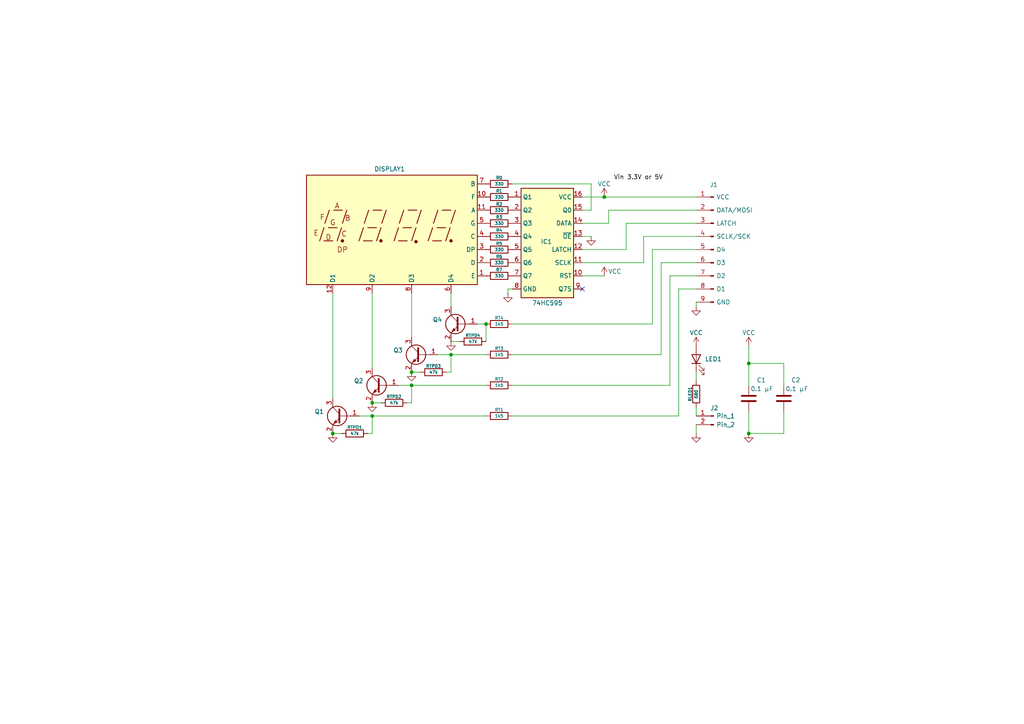
<source format=kicad_sch>
(kicad_sch (version 20250114) (generator "eeschema") (generator_version "9.0")
  (paper "A4")
  (title_block (date "22.12.2025") (comment 1 "Documentation: github.com/ErlingSigurdson/Drv7SegQ595") (comment 2 "Licensed under CERN-OHL-P v2") (comment 3 "Copyright (c) 2025 Dmitriy Efimov aka Erling Sigurdson"))
  (lib_symbols
    (symbol "Device:C" (pin_numbers (hide yes)) (pin_names (offset 0.254))
      (property "Reference" "C" (at 0.635 2.54 0))
      (property "Value" "C" (at 0.635 -2.54 0))
      (symbol "C_0_1"
        (polyline (pts (xy -2.032 0.762) (xy 2.032 0.762)) (stroke (width 0.508)))
        (polyline (pts (xy -2.032 -0.762) (xy 2.032 -0.762)) (stroke (width 0.508)))
      )
      (symbol "C_1_1"
        (pin passive line (at 0 3.81 270) (length 2.794) (name "~") (number "1"))
        (pin passive line (at 0 -3.81 90) (length 2.794) (name "~") (number "2"))
      )
    )
    (symbol "Device:LED" (pin_numbers (hide yes)) (pin_names (offset 1.016) (hide yes))
      (property "Reference" "D" (at 0 2.54 0))
      (property "Value" "LED" (at 0 -2.54 0))
      (symbol "LED_0_1"
        (polyline (pts (xy -3.048 -0.762) (xy -4.572 -2.286) (xy -3.81 -2.286) (xy -4.572 -2.286) (xy -4.572 -1.524)))
        (polyline (pts (xy -1.778 -0.762) (xy -3.302 -2.286) (xy -2.54 -2.286) (xy -3.302 -2.286) (xy -3.302 -1.524)))
        (polyline (pts (xy -1.27 0) (xy 1.27 0)))
        (polyline (pts (xy -1.27 -1.27) (xy -1.27 1.27)) (stroke (width 0.254)))
        (polyline (pts (xy 1.27 -1.27) (xy 1.27 1.27) (xy -1.27 0) (xy 1.27 -1.27)) (stroke (width 0.254)))
      )
      (symbol "LED_1_1"
        (pin passive line (at -3.81 0 0) (length 2.54) (name "K") (number "1"))
        (pin passive line (at 3.81 0 180) (length 2.54) (name "A") (number "2"))
      )
    )
    (symbol "Device:R" (pin_numbers (hide yes)) (pin_names (offset 0))
      (property "Reference" "R" (at 2.032 0 90))
      (property "Value" "R" (at 0 0 90))
      (symbol "R_0_1"
        (rectangle (start -1.016 -2.54) (end 1.016 2.54) (stroke (width 0.254)))
      )
      (symbol "R_1_1"
        (pin passive line (at 0 3.81 270) (length 1.27) (name "~") (number "1"))
        (pin passive line (at 0 -3.81 90) (length 1.27) (name "~") (number "2"))
      )
    )
    (symbol "Drv7SegQ595:74HC595"
      (property "Reference" "IC1" (at -0.254 -0.254 0))
      (property "Value" "74HC595" (at 0 -18.034 0))
      (symbol "74HC595_1_0"
        (pin tri_state line (at -10.16 12.7 0) (length 2.54) (name "Q1") (number "1"))
        (pin tri_state line (at -10.16 8.89 0) (length 2.54) (name "Q2") (number "2"))
        (pin tri_state line (at -10.16 5.08 0) (length 2.54) (name "Q3") (number "3"))
        (pin tri_state line (at -10.16 1.27 0) (length 2.54) (name "Q4") (number "4"))
        (pin tri_state line (at -10.16 -2.54 0) (length 2.54) (name "Q5") (number "5"))
        (pin tri_state line (at -10.16 -6.35 0) (length 2.54) (name "Q6") (number "6"))
        (pin tri_state line (at -10.16 -10.16 0) (length 2.54) (name "Q7") (number "7"))
        (pin power_in line (at -10.16 -13.97 0) (length 2.54) (name "GND") (number "8"))
        (pin power_in line (at 10.16 12.7 180) (length 2.54) (name "VCC") (number "16"))
        (pin tri_state line (at 10.16 8.89 180) (length 2.54) (name "Q0") (number "15"))
        (pin input line (at 10.16 5.08 180) (length 2.54) (name "DATA") (number "14"))
        (pin input line (at 10.16 1.27 180) (length 2.54) (name "~{OE}") (number "13"))
        (pin input line (at 10.16 -2.54 180) (length 2.54) (name "LATCH") (number "12"))
        (pin input line (at 10.16 -6.35 180) (length 2.54) (name "SCLK") (number "11"))
        (pin input line (at 10.16 -10.16 180) (length 2.54) (name "RST") (number "10"))
        (pin output line (at 10.16 -13.97 180) (length 2.54) (name "Q7S") (number "9"))
      )
      (symbol "74HC595_1_1"
        (rectangle (start -7.62 15.24) (end 7.62 -16.51) (stroke (width 0.254)) (fill (type background)))
      )
    )
    (symbol "Drv7SegQ595:MMBT3904" (pin_names (offset 0) (hide yes))
      (property "Reference" "Q4" (at 5.08 1.2701 0))
      (symbol "MMBT3904_0_1"
        (polyline (pts (xy -2.54 0) (xy 0.635 0)))
        (polyline (pts (xy 0.635 1.905) (xy 0.635 -1.905)) (stroke (width 0.508)))
        (circle (center 1.27 0) (radius 2.8194) (stroke (width 0.254)))
      )
      (symbol "MMBT3904_1_1"
        (polyline (pts (xy 0.635 0.635) (xy 2.54 2.54)))
        (polyline (pts (xy 0.635 -0.635) (xy 2.54 -2.54)))
        (polyline (pts (xy 1.27 -1.778) (xy 1.778 -1.27) (xy 2.286 -2.286) (xy 1.27 -1.778)) (fill (type outline)))
        (pin input line (at -5.08 0 0) (length 2.54) (name "B") (number "1"))
        (pin passive line (at 2.54 5.08 270) (length 2.54) (name "C") (number "3"))
        (pin passive line (at 2.54 -5.08 90) (length 2.54) (name "E") (number "2"))
      )
    )
    (symbol "Drv7SegQ595:display_7seg_4d"
      (property "Reference" "DISPLAY" (at 0 20.828 0))
      (symbol "display_7seg_4d_0_0"
        (rectangle (start -24.13 19.05) (end 25.4 -12.7) (stroke (width 0.254)) (fill (type background)))
        (polyline (pts (xy -20.32 0) (xy -19.05 3.81)) (stroke (width 0.254)))
        (polyline (pts (xy -19.05 0) (xy -16.51 0)) (stroke (width 0.254)))
        (polyline (pts (xy -18.796 5.08) (xy -17.526 8.89)) (stroke (width 0.254)))
        (polyline (pts (xy -17.78 3.81) (xy -15.24 3.81)) (stroke (width 0.254)))
        (polyline (pts (xy -16.256 8.89) (xy -13.716 8.89)) (stroke (width 0.254)))
        (polyline (pts (xy -15.24 0) (xy -13.97 3.81)) (stroke (width 0.254)))
        (polyline (pts (xy -13.716 5.08) (xy -12.446 8.89)) (stroke (width 0.254)))
        (polyline (pts (xy -8.89 0) (xy -7.62 3.81)) (stroke (width 0.254)))
        (polyline (pts (xy -7.62 0) (xy -5.08 0)) (stroke (width 0.254)))
        (polyline (pts (xy -7.366 5.08) (xy -6.096 8.89)) (stroke (width 0.254)))
        (polyline (pts (xy -6.35 3.81) (xy -3.81 3.81)) (stroke (width 0.254)))
        (polyline (pts (xy -4.826 8.89) (xy -2.286 8.89)) (stroke (width 0.254)))
        (polyline (pts (xy -3.81 0) (xy -2.54 3.81)) (stroke (width 0.254)))
        (polyline (pts (xy -2.286 5.08) (xy -1.016 8.89)) (stroke (width 0.254)))
        (polyline (pts (xy 1.27 0) (xy 2.54 3.81)) (stroke (width 0.254)))
        (polyline (pts (xy 2.54 0) (xy 5.08 0)) (stroke (width 0.254)))
        (polyline (pts (xy 2.794 5.08) (xy 4.064 8.89)) (stroke (width 0.254)))
        (polyline (pts (xy 3.81 3.81) (xy 6.35 3.81)) (stroke (width 0.254)))
        (polyline (pts (xy 5.334 8.89) (xy 7.874 8.89)) (stroke (width 0.254)))
        (polyline (pts (xy 6.35 0) (xy 7.62 3.81)) (stroke (width 0.254)))
        (polyline (pts (xy 7.874 5.08) (xy 9.144 8.89)) (stroke (width 0.254)))
        (polyline (pts (xy 11.176 0) (xy 12.446 3.81)) (stroke (width 0.254)))
        (polyline (pts (xy 12.446 0) (xy 14.986 0)) (stroke (width 0.254)))
        (polyline (pts (xy 12.7 5.08) (xy 13.97 8.89)) (stroke (width 0.254)))
        (polyline (pts (xy 13.716 3.81) (xy 16.256 3.81)) (stroke (width 0.254)))
        (polyline (pts (xy 15.24 8.89) (xy 17.78 8.89)) (stroke (width 0.254)))
        (polyline (pts (xy 16.256 0) (xy 17.526 3.81)) (stroke (width 0.254)))
        (polyline (pts (xy 17.78 5.08) (xy 19.05 8.89)) (stroke (width 0.254)))
        (text "E" (at -21.336 2.286 0) (effects (font (size 1.524 1.524))))
        (text "F" (at -19.558 6.858 0) (effects (font (size 1.524 1.524))))
        (text "D" (at -17.78 1.016 0) (effects (font (size 1.524 1.524))))
        (text "G" (at -16.51 5.334 0) (effects (font (size 1.524 1.524))))
        (text "A" (at -15.24 10.16 0) (effects (font (size 1.524 1.524))))
        (text "DP" (at -13.716 -2.54 0) (effects (font (size 1.524 1.524))))
        (text "C" (at -13.208 2.032 0) (effects (font (size 1.524 1.524))))
        (text "B" (at -12.192 6.604 0) (effects (font (size 1.524 1.524))))
      )
      (symbol "display_7seg_4d_0_1"
        (circle (center -13.716 0) (radius 0.3556) (stroke (width 0.254)) (fill (type outline)))
        (circle (center -2.54 0) (radius 0.3556) (stroke (width 0.254)) (fill (type outline)))
      )
      (symbol "display_7seg_4d_1_0"
        (circle (center 7.62 -0.254) (radius 0.3556) (stroke (width 0.254)) (fill (type outline)))
        (circle (center 17.78 0) (radius 0.3556) (stroke (width 0.254)) (fill (type outline)))
      )
      (symbol "display_7seg_4d_1_1"
        (pin input line (at -16.51 -15.24 90) (length 2.54) (name "D1") (number "12"))
        (pin input line (at -5.08 -15.24 90) (length 2.54) (name "D2") (number "9"))
        (pin input line (at 6.35 -15.24 90) (length 2.54) (name "D3") (number "8"))
        (pin input line (at 17.78 -15.24 90) (length 2.54) (name "D4") (number "6"))
        (pin input line (at 27.94 16.51 180) (length 2.54) (name "B") (number "7"))
        (pin input line (at 27.94 12.7 180) (length 2.54) (name "F") (number "10"))
        (pin input line (at 27.94 8.89 180) (length 2.54) (name "A") (number "11"))
        (pin input line (at 27.94 5.08 180) (length 2.54) (name "G") (number "5"))
        (pin input line (at 27.94 1.27 180) (length 2.54) (name "C") (number "4"))
        (pin input line (at 27.94 -2.54 180) (length 2.54) (name "DP") (number "3"))
        (pin input line (at 27.94 -6.35 180) (length 2.54) (name "D") (number "2"))
        (pin input line (at 27.94 -10.16 180) (length 2.54) (name "E") (number "1"))
      )
    )
    (symbol "Drv7SegQ595:pin_header_1-row_2-pin_horizontal" (pin_names (offset 2.032))
      (property "Reference" "J" (at 0 12.446 0))
      (symbol "pin_header_1-row_2-pin_horizontal_1_1"
        (rectangle (start 0.8636 10.287) (end 0 10.033) (stroke (width 0.1524)) (fill (type outline)))
        (rectangle (start 0.8636 7.747) (end 0 7.493) (stroke (width 0.1524)) (fill (type outline)))
        (polyline (pts (xy 1.27 10.16) (xy 0.8636 10.16)) (stroke (width 0.1524)))
        (polyline (pts (xy 1.27 7.62) (xy 0.8636 7.62)) (stroke (width 0.1524)))
        (pin passive line (at 5.08 10.16 180) (length 3.81) (name "Pin_1") (number "1"))
        (pin passive line (at 5.08 7.62 180) (length 3.81) (name "Pin_2") (number "2"))
      )
    )
    (symbol "Drv7SegQ595:pin_header_1-row_9-pin_horizontal_abstract" (pin_names (offset 2.032)) (exclude_from_sim yes) (in_bom no) (on_board no)
      (property "Reference" "J" (at 0 18.796 0))
      (symbol "pin_header_1-row_9-pin_horizontal_abstract_1_1"
        (rectangle (start 0.8636 15.367) (end 0 15.113) (stroke (width 0.1524)) (fill (type outline)))
        (rectangle (start 0.8636 11.557) (end 0 11.303) (stroke (width 0.1524)) (fill (type outline)))
        (rectangle (start 0.8636 7.747) (end 0 7.493) (stroke (width 0.1524)) (fill (type outline)))
        (rectangle (start 0.8636 3.937) (end 0 3.683) (stroke (width 0.1524)) (fill (type outline)))
        (rectangle (start 0.8636 0.127) (end 0 -0.127) (stroke (width 0.1524)) (fill (type outline)))
        (rectangle (start 0.8636 -3.683) (end 0 -3.937) (stroke (width 0.1524)) (fill (type outline)))
        (rectangle (start 0.8636 -7.493) (end 0 -7.747) (stroke (width 0.1524)) (fill (type outline)))
        (rectangle (start 0.8636 -11.303) (end 0 -11.557) (stroke (width 0.1524)) (fill (type outline)))
        (rectangle (start 0.8636 -15.113) (end 0 -15.367) (stroke (width 0.1524)) (fill (type outline)))
        (polyline (pts (xy 1.27 15.24) (xy 0.8636 15.24)) (stroke (width 0.1524)))
        (polyline (pts (xy 1.27 11.43) (xy 0.8636 11.43)) (stroke (width 0.1524)))
        (polyline (pts (xy 1.27 7.62) (xy 0.8636 7.62)) (stroke (width 0.1524)))
        (polyline (pts (xy 1.27 3.81) (xy 0.8636 3.81)) (stroke (width 0.1524)))
        (polyline (pts (xy 1.27 0) (xy 0.8636 0)) (stroke (width 0.1524)))
        (polyline (pts (xy 1.27 -3.81) (xy 0.8636 -3.81)) (stroke (width 0.1524)))
        (polyline (pts (xy 1.27 -7.62) (xy 0.8636 -7.62)) (stroke (width 0.1524)))
        (polyline (pts (xy 1.27 -11.43) (xy 0.8636 -11.43)) (stroke (width 0.1524)))
        (polyline (pts (xy 1.27 -15.24) (xy 0.8636 -15.24)) (stroke (width 0.1524)))
        (pin power_out line (at 5.08 15.24 180) (length 3.81) (name "VCC") (number "1"))
        (pin output line (at 5.08 11.43 180) (length 3.81) (name "DATA/MOSI") (number "2"))
        (pin output line (at 5.08 7.62 180) (length 3.81) (name "LATCH") (number "3"))
        (pin output line (at 5.08 3.81 180) (length 3.81) (name "SCLK/SCK") (number "4"))
        (pin output line (at 5.08 0 180) (length 3.81) (name "D4") (number "5"))
        (pin output line (at 5.08 -3.81 180) (length 3.81) (name "D3") (number "6"))
        (pin output line (at 5.08 -7.62 180) (length 3.81) (name "D2") (number "7"))
        (pin output line (at 5.08 -11.43 180) (length 3.81) (name "D1") (number "8"))
        (pin power_out line (at 5.08 -15.24 180) (length 3.81) (name "GND") (number "9"))
      )
    )
    (symbol "power:+5V" (power) (pin_numbers (hide yes)) (pin_names (offset 0) (hide yes))
      (property "Value" "+5V" (at 0 3.556 0))
      (symbol "+5V_0_1"
        (polyline (pts (xy -0.762 1.27) (xy 0 2.54)))
        (polyline (pts (xy 0 2.54) (xy 0.762 1.27)))
        (polyline (pts (xy 0 0) (xy 0 2.54)))
      )
      (symbol "+5V_1_1"
        (pin power_in line (at 0 0 90) (length 0) (name "~") (number "1"))
      )
    )
    (symbol "power:GND" (power) (pin_numbers (hide yes)) (pin_names (offset 0) (hide yes))
      (property "Value" "GND" (at 0 -3.81 0))
      (symbol "GND_0_1"
        (polyline (pts (xy 0 0) (xy 0 -1.27) (xy 1.27 -1.27) (xy 0 -2.54) (xy -1.27 -1.27) (xy 0 -1.27)))
      )
      (symbol "GND_1_1"
        (pin power_in line (at 0 0 270) (length 0) (name "~") (number "1"))
      )
    )
  )
  (text "Vin 3.3V or 5V" (at 185.166 51.562 0) (effects (font (size 1.27 1.27))))
  (junction (at 217.17 105.41))
  (junction (at 119.38 111.76))
  (junction (at 130.81 102.87))
  (junction (at 96.52 125.73))
  (junction (at 140.97 93.98))
  (junction (at 107.95 116.84))
  (junction (at 119.38 107.95))
  (junction (at 217.17 125.73))
  (junction (at 175.26 57.15))
  (junction (at 107.95 120.65))
  (no_connect (at 168.91 83.82))
  (wire (pts (xy 119.38 85.09) (xy 119.38 97.79)))
  (wire (pts (xy 201.93 76.2) (xy 191.77 76.2)))
  (wire (pts (xy 119.38 116.84) (xy 119.38 111.76)))
  (wire (pts (xy 196.85 83.82) (xy 201.93 83.82)))
  (wire (pts (xy 118.11 116.84) (xy 119.38 116.84)))
  (wire (pts (xy 227.33 111.76) (xy 227.33 105.41)))
  (wire (pts (xy 119.38 111.76) (xy 140.97 111.76)))
  (wire (pts (xy 168.91 64.77) (xy 176.53 64.77)))
  (wire (pts (xy 107.95 116.84) (xy 110.49 116.84)))
  (wire (pts (xy 106.68 125.73) (xy 107.95 125.73)))
  (wire (pts (xy 168.91 68.58) (xy 171.45 68.58)))
  (wire (pts (xy 194.31 80.01) (xy 194.31 111.76)))
  (wire (pts (xy 217.17 100.33) (xy 217.17 105.41)))
  (wire (pts (xy 148.59 53.34) (xy 171.45 53.34)))
  (wire (pts (xy 186.69 68.58) (xy 201.93 68.58)))
  (wire (pts (xy 227.33 125.73) (xy 217.17 125.73)))
  (wire (pts (xy 140.97 93.98) (xy 140.97 99.06)))
  (wire (pts (xy 147.32 83.82) (xy 147.32 85.09)))
  (wire (pts (xy 168.91 80.01) (xy 175.26 80.01)))
  (wire (pts (xy 129.54 107.95) (xy 130.81 107.95)))
  (wire (pts (xy 227.33 105.41) (xy 217.17 105.41)))
  (wire (pts (xy 130.81 99.06) (xy 133.35 99.06)))
  (wire (pts (xy 181.61 64.77) (xy 201.93 64.77)))
  (wire (pts (xy 176.53 60.96) (xy 176.53 64.77)))
  (wire (pts (xy 119.38 107.95) (xy 121.92 107.95)))
  (wire (pts (xy 194.31 111.76) (xy 148.59 111.76)))
  (wire (pts (xy 130.81 107.95) (xy 130.81 102.87)))
  (wire (pts (xy 191.77 76.2) (xy 191.77 102.87)))
  (wire (pts (xy 189.23 93.98) (xy 148.59 93.98)))
  (wire (pts (xy 107.95 125.73) (xy 107.95 120.65)))
  (wire (pts (xy 148.59 120.65) (xy 196.85 120.65)))
  (wire (pts (xy 201.93 123.19) (xy 201.93 125.73)))
  (wire (pts (xy 181.61 72.39) (xy 181.61 64.77)))
  (wire (pts (xy 96.52 85.09) (xy 96.52 115.57)))
  (wire (pts (xy 168.91 57.15) (xy 175.26 57.15)))
  (wire (pts (xy 107.95 85.09) (xy 107.95 106.68)))
  (wire (pts (xy 127 102.87) (xy 130.81 102.87)))
  (wire (pts (xy 115.57 111.76) (xy 119.38 111.76)))
  (wire (pts (xy 201.93 80.01) (xy 194.31 80.01)))
  (wire (pts (xy 196.85 120.65) (xy 196.85 83.82)))
  (wire (pts (xy 186.69 76.2) (xy 186.69 68.58)))
  (wire (pts (xy 201.93 60.96) (xy 176.53 60.96)))
  (wire (pts (xy 168.91 60.96) (xy 171.45 60.96)))
  (wire (pts (xy 175.26 57.15) (xy 201.93 57.15)))
  (wire (pts (xy 189.23 72.39) (xy 189.23 93.98)))
  (wire (pts (xy 168.91 76.2) (xy 186.69 76.2)))
  (wire (pts (xy 130.81 102.87) (xy 140.97 102.87)))
  (wire (pts (xy 227.33 119.38) (xy 227.33 125.73)))
  (wire (pts (xy 130.81 85.09) (xy 130.81 88.9)))
  (wire (pts (xy 104.14 120.65) (xy 107.95 120.65)))
  (wire (pts (xy 201.93 120.65) (xy 201.93 118.11)))
  (wire (pts (xy 217.17 119.38) (xy 217.17 125.73)))
  (wire (pts (xy 201.93 107.95) (xy 201.93 110.49)))
  (wire (pts (xy 191.77 102.87) (xy 148.59 102.87)))
  (wire (pts (xy 168.91 72.39) (xy 181.61 72.39)))
  (wire (pts (xy 96.52 125.73) (xy 99.06 125.73)))
  (wire (pts (xy 217.17 105.41) (xy 217.17 111.76)))
  (wire (pts (xy 138.43 93.98) (xy 140.97 93.98)))
  (wire (pts (xy 201.93 87.63) (xy 201.93 88.9)))
  (wire (pts (xy 171.45 60.96) (xy 171.45 53.34)))
  (wire (pts (xy 201.93 72.39) (xy 189.23 72.39)))
  (wire (pts (xy 107.95 120.65) (xy 140.97 120.65)))
  (wire (pts (xy 147.32 83.82) (xy 148.59 83.82)))
  (symbol (lib_id "Drv7SegQ595:74HC595") (at 158.75 69.85 0) (unit 1)
    (property "Reference" "IC1" (at 158.496 70.104 0))
    (property "Value" "74HC595" (at 158.75 87.884 0))
    (property "Footprint" "Package_DIP:DIP-16_W7.62mm" (effects (hide yes)))
    (property "Description" "8-bit SIPO/SISO/PIPO shift register w/ 3-state outputs" (effects (hide yes)))
  )
  (symbol (lib_id "Device:C") (at 227.33 115.57 180) (unit 1)
    (property "Reference" "C2" (at 232.156 110.236 0) (effects (justify left)))
    (property "Value" "0.1 μF" (at 234.442 112.776 0) (effects (justify left)))
    (property "Footprint" "Capacitor_SMD:C_0805_2012Metric_Pad1.18x1.45mm_HandSolder" (effects (hide yes)))
    (property "Description" "Unpolarized capacitor" (effects (hide yes)))
  )
  (symbol (lib_id "power:GND") (at 130.81 99.06 0) (unit 1)
    (property "Reference" "#PWR012" (effects (hide yes)))
    (property "Value" "GND" (effects (hide yes)))
    (property "Description" "Power symbol creates a global label with name \"GND\" , ground" (effects (hide yes)))
  )
  (symbol (lib_id "Device:R") (at 137.16 99.06 90) (unit 1)
    (property "Reference" "RTPD4" (at 137.16 97.282 90) (effects (font (size 0.889 0.889))))
    (property "Value" "47k" (at 137.16 99.06 90) (effects (font (size 0.889 0.889))))
    (property "Footprint" "Resistor_SMD:R_0805_2012Metric_Pad1.20x1.40mm_HandSolder" (effects (hide yes)))
    (property "Description" "Resistor" (effects (hide yes)))
  )
  (symbol (lib_id "power:GND") (at 171.45 68.58 0) (unit 1)
    (property "Reference" "#PWR03" (effects (hide yes)))
    (property "Value" "GND" (effects (hide yes)))
    (property "Description" "Power symbol creates a global label with name \"GND\" , ground" (effects (hide yes)))
  )
  (symbol (lib_id "Device:R") (at 144.78 76.2 90) (unit 1)
    (property "Reference" "R6" (at 144.78 74.422 90) (effects (font (size 0.889 0.889))))
    (property "Value" "330" (at 144.78 76.2 90) (effects (font (size 0.889 0.889))))
    (property "Footprint" "Resistor_SMD:R_0805_2012Metric_Pad1.20x1.40mm_HandSolder" (effects (hide yes)))
    (property "Description" "Resistor" (effects (hide yes)))
  )
  (symbol (lib_id "Drv7SegQ595:MMBT3904") (at 133.35 93.98 0) (mirror y) (unit 1)
    (property "Reference" "Q4" (at 128.27 92.7099 0) (effects (justify left)))
    (property "Value" "MMBT3904" (effects (hide yes)))
    (property "Footprint" "Drv7SegQ595:SOT-23" (effects (hide yes)))
    (property "Datasheet" "https://www.onsemi.com/pdf/datasheet/pzt3904-d.pdf" (effects (hide yes)))
    (property "Description" "0.2A Ic, 40V Vce, Small Signal NPN Transistor, SOT-23" (effects (hide yes)))
  )
  (symbol (lib_id "Device:C") (at 217.17 115.57 0) (unit 1)
    (property "Reference" "C1" (at 219.456 110.236 0) (effects (justify left)))
    (property "Value" "0.1 μF" (at 217.678 112.776 0) (effects (justify left)))
    (property "Footprint" "Capacitor_SMD:C_0805_2012Metric_Pad1.18x1.45mm_HandSolder" (effects (hide yes)))
    (property "Description" "Unpolarized capacitor" (effects (hide yes)))
  )
  (symbol (lib_id "Device:R") (at 144.78 80.01 90) (unit 1)
    (property "Reference" "R7" (at 144.78 78.232 90) (effects (font (size 0.889 0.889))))
    (property "Value" "330" (at 144.78 80.01 90) (effects (font (size 0.889 0.889))))
    (property "Footprint" "Resistor_SMD:R_0805_2012Metric_Pad1.20x1.40mm_HandSolder" (effects (hide yes)))
    (property "Description" "Resistor" (effects (hide yes)))
  )
  (symbol (lib_id "power:+5V") (at 175.26 57.15 0) (unit 1)
    (property "Reference" "#PWR018" (effects (hide yes)))
    (property "Value" "VCC" (at 175.26 53.34 0))
    (property "Description" "Power symbol creates a global label with name \"+5V\"" (effects (hide yes)))
  )
  (symbol (lib_id "Device:R") (at 144.78 60.96 90) (unit 1)
    (property "Reference" "R2" (at 144.78 59.182 90) (effects (font (size 0.889 0.889))))
    (property "Value" "330" (at 144.78 60.96 90) (effects (font (size 0.889 0.889))))
    (property "Footprint" "Resistor_SMD:R_0805_2012Metric_Pad1.20x1.40mm_HandSolder" (effects (hide yes)))
    (property "Description" "Resistor" (effects (hide yes)))
  )
  (symbol (lib_id "power:GND") (at 107.95 116.84 0) (unit 1)
    (property "Reference" "#PWR014" (effects (hide yes)))
    (property "Value" "GND" (effects (hide yes)))
    (property "Description" "Power symbol creates a global label with name \"GND\" , ground" (effects (hide yes)))
  )
  (symbol (lib_id "power:GND") (at 147.32 85.09 0) (unit 1)
    (property "Reference" "#PWR02" (effects (hide yes)))
    (property "Value" "GND" (effects (hide yes)))
    (property "Description" "Power symbol creates a global label with name \"GND\" , ground" (effects (hide yes)))
  )
  (symbol (lib_id "power:+5V") (at 175.26 80.01 0) (unit 1)
    (property "Reference" "#PWR07" (effects (hide yes)))
    (property "Value" "VCC" (at 178.308 78.74 0))
    (property "Description" "Power symbol creates a global label with name \"+5V\"" (effects (hide yes)))
  )
  (symbol (lib_id "Device:R") (at 144.78 72.39 90) (unit 1)
    (property "Reference" "R5" (at 144.78 70.612 90) (effects (font (size 0.889 0.889))))
    (property "Value" "330" (at 144.78 72.39 90) (effects (font (size 0.889 0.889))))
    (property "Footprint" "Resistor_SMD:R_0805_2012Metric_Pad1.20x1.40mm_HandSolder" (effects (hide yes)))
    (property "Description" "Resistor" (effects (hide yes)))
  )
  (symbol (lib_id "Device:R") (at 144.78 68.58 90) (unit 1)
    (property "Reference" "R4" (at 144.78 66.802 90) (effects (font (size 0.889 0.889))))
    (property "Value" "330" (at 144.78 68.58 90) (effects (font (size 0.889 0.889))))
    (property "Footprint" "Resistor_SMD:R_0805_2012Metric_Pad1.20x1.40mm_HandSolder" (effects (hide yes)))
    (property "Description" "Resistor" (effects (hide yes)))
  )
  (symbol (lib_id "Device:R") (at 144.78 93.98 90) (unit 1)
    (property "Reference" "RT4" (at 144.78 92.202 90) (effects (font (size 0.889 0.889))))
    (property "Value" "1k5" (at 144.78 93.98 90) (effects (font (size 0.889 0.889))))
    (property "Footprint" "Resistor_SMD:R_0805_2012Metric_Pad1.20x1.40mm_HandSolder" (effects (hide yes)))
    (property "Description" "Resistor" (effects (hide yes)))
  )
  (symbol (lib_id "Device:R") (at 201.93 114.3 180) (unit 1)
    (property "Reference" "RLED1" (at 200.152 114.3 90) (effects (font (size 0.889 0.889))))
    (property "Value" "680" (at 201.93 114.3 90) (effects (font (size 0.889 0.889))))
    (property "Footprint" "Resistor_SMD:R_0805_2012Metric_Pad1.20x1.40mm_HandSolder" (effects (hide yes)))
    (property "Description" "Resistor" (effects (hide yes)))
  )
  (symbol (lib_id "Device:R") (at 144.78 120.65 90) (unit 1)
    (property "Reference" "RT1" (at 144.78 118.872 90) (effects (font (size 0.889 0.889))))
    (property "Value" "1k5" (at 144.78 120.65 90) (effects (font (size 0.889 0.889))))
    (property "Footprint" "Resistor_SMD:R_0805_2012Metric_Pad1.20x1.40mm_HandSolder" (effects (hide yes)))
    (property "Description" "Resistor" (effects (hide yes)))
  )
  (symbol (lib_id "power:GND") (at 201.93 88.9 0) (unit 1)
    (property "Reference" "#PWR01" (effects (hide yes)))
    (property "Value" "GND" (effects (hide yes)))
    (property "Description" "Power symbol creates a global label with name \"GND\" , ground" (effects (hide yes)))
  )
  (symbol (lib_id "power:+5V") (at 217.17 100.33 0) (unit 1)
    (property "Reference" "#PWR016" (effects (hide yes)))
    (property "Value" "VCC" (at 217.17 96.52 0))
    (property "Description" "Power symbol creates a global label with name \"+5V\"" (effects (hide yes)))
  )
  (symbol (lib_id "Device:LED") (at 201.93 104.14 90) (unit 1)
    (property "Reference" "D1" (effects (hide yes)))
    (property "Value" "LED1" (at 204.47 104.14 90) (effects (justify right)))
    (property "Footprint" "LED_SMD:LED_0805_2012Metric_Pad1.15x1.40mm_HandSolder" (effects (hide yes)))
    (property "Description" "Light emitting diode" (effects (hide yes)))
    (property "Sim.Pins" "1=K 2=A" (effects (hide yes)))
  )
  (symbol (lib_id "Device:R") (at 102.87 125.73 90) (unit 1)
    (property "Reference" "RTPD1" (at 102.87 123.952 90) (effects (font (size 0.889 0.889))))
    (property "Value" "47k" (at 102.87 125.73 90) (effects (font (size 0.889 0.889))))
    (property "Footprint" "Resistor_SMD:R_0805_2012Metric_Pad1.20x1.40mm_HandSolder" (effects (hide yes)))
    (property "Description" "Resistor" (effects (hide yes)))
  )
  (symbol (lib_id "Device:R") (at 114.3 116.84 90) (unit 1)
    (property "Reference" "RTPD2" (at 114.3 115.062 90) (effects (font (size 0.889 0.889))))
    (property "Value" "47k" (at 114.3 116.84 90) (effects (font (size 0.889 0.889))))
    (property "Footprint" "Resistor_SMD:R_0805_2012Metric_Pad1.20x1.40mm_HandSolder" (effects (hide yes)))
    (property "Description" "Resistor" (effects (hide yes)))
  )
  (symbol (lib_id "power:GND") (at 201.93 125.73 0) (unit 1)
    (property "Reference" "#PWR010" (effects (hide yes)))
    (property "Value" "GND" (effects (hide yes)))
    (property "Description" "Power symbol creates a global label with name \"GND\" , ground" (effects (hide yes)))
  )
  (symbol (lib_id "power:GND") (at 217.17 125.73 0) (unit 1)
    (property "Reference" "#PWR017" (effects (hide yes)))
    (property "Value" "GND" (effects (hide yes)))
    (property "Description" "Power symbol creates a global label with name \"GND\" , ground" (effects (hide yes)))
  )
  (symbol (lib_id "Drv7SegQ595:display_7seg_4d") (at 113.03 69.85 0) (unit 1)
    (property "Reference" "DISPLAY1" (at 113.03 49.022 0))
    (property "Value" "display_7seg_4d" (effects (hide yes)))
    (property "Footprint" "Drv7SegQ595:display_7seg_4d_0.56in" (effects (hide yes)))
    (property "Description" "4 digit 7 segment high efficiency red LED, common cathode" (effects (hide yes)))
  )
  (symbol (lib_id "power:GND") (at 119.38 107.95 0) (unit 1)
    (property "Reference" "#PWR013" (effects (hide yes)))
    (property "Value" "GND" (effects (hide yes)))
    (property "Description" "Power symbol creates a global label with name \"GND\" , ground" (effects (hide yes)))
  )
  (symbol (lib_id "Device:R") (at 144.78 102.87 90) (unit 1)
    (property "Reference" "RT3" (at 144.78 101.092 90) (effects (font (size 0.889 0.889))))
    (property "Value" "1k5" (at 144.78 102.87 90) (effects (font (size 0.889 0.889))))
    (property "Footprint" "Resistor_SMD:R_0805_2012Metric_Pad1.20x1.40mm_HandSolder" (effects (hide yes)))
    (property "Description" "Resistor" (effects (hide yes)))
  )
  (symbol (lib_id "Drv7SegQ595:MMBT3904") (at 110.49 111.76 0) (mirror y) (unit 1)
    (property "Reference" "Q2" (at 105.41 110.4899 0) (effects (justify left)))
    (property "Value" "MMBT3904" (effects (hide yes)))
    (property "Footprint" "Drv7SegQ595:SOT-23" (effects (hide yes)))
    (property "Datasheet" "https://www.onsemi.com/pdf/datasheet/pzt3904-d.pdf" (effects (hide yes)))
    (property "Description" "0.2A Ic, 40V Vce, Small Signal NPN Transistor, SOT-23" (effects (hide yes)))
  )
  (symbol (lib_id "Drv7SegQ595:MMBT3904") (at 99.06 120.65 0) (mirror y) (unit 1)
    (property "Reference" "Q1" (at 93.98 119.3799 0) (effects (justify left)))
    (property "Value" "MMBT3904" (effects (hide yes)))
    (property "Footprint" "Drv7SegQ595:SOT-23" (effects (hide yes)))
    (property "Datasheet" "https://www.onsemi.com/pdf/datasheet/pzt3904-d.pdf" (effects (hide yes)))
    (property "Description" "0.2A Ic, 40V Vce, Small Signal NPN Transistor, SOT-23" (effects (hide yes)))
  )
  (symbol (lib_id "Drv7SegQ595:pin_header_1-row_9-pin_horizontal_abstract") (at 207.01 72.39 0) (mirror y) (unit 1)
    (property "Reference" "J1" (at 207.01 53.594 0))
    (property "Value" "INTERFACE" (effects (hide yes)))
    (property "Footprint" "Connector_PinHeader_2.54mm:PinHeader_1x05_P2.54mm_Horizontal" (effects (hide yes)))
    (property "Description" "Pin header, single row, 5 pins" (effects (hide yes)))
  )
  (symbol (lib_id "Device:R") (at 125.73 107.95 90) (unit 1)
    (property "Reference" "RTPD3" (at 125.73 106.172 90) (effects (font (size 0.889 0.889))))
    (property "Value" "47k" (at 125.73 107.95 90) (effects (font (size 0.889 0.889))))
    (property "Footprint" "Resistor_SMD:R_0805_2012Metric_Pad1.20x1.40mm_HandSolder" (effects (hide yes)))
    (property "Description" "Resistor" (effects (hide yes)))
  )
  (symbol (lib_id "Device:R") (at 144.78 64.77 90) (unit 1)
    (property "Reference" "R3" (at 144.78 62.992 90) (effects (font (size 0.889 0.889))))
    (property "Value" "330" (at 144.78 64.77 90) (effects (font (size 0.889 0.889))))
    (property "Footprint" "Resistor_SMD:R_0805_2012Metric_Pad1.20x1.40mm_HandSolder" (effects (hide yes)))
    (property "Description" "Resistor" (effects (hide yes)))
  )
  (symbol (lib_id "Drv7SegQ595:MMBT3904") (at 121.92 102.87 0) (mirror y) (unit 1)
    (property "Reference" "Q3" (at 116.84 101.5999 0) (effects (justify left)))
    (property "Value" "MMBT3904" (effects (hide yes)))
    (property "Footprint" "Drv7SegQ595:SOT-23" (effects (hide yes)))
    (property "Datasheet" "https://www.onsemi.com/pdf/datasheet/pzt3904-d.pdf" (effects (hide yes)))
    (property "Description" "0.2A Ic, 40V Vce, Small Signal NPN Transistor, SOT-23" (effects (hide yes)))
  )
  (symbol (lib_id "power:GND") (at 96.52 125.73 0) (unit 1)
    (property "Reference" "#PWR015" (effects (hide yes)))
    (property "Value" "GND" (effects (hide yes)))
    (property "Description" "Power symbol creates a global label with name \"GND\" , ground" (effects (hide yes)))
  )
  (symbol (lib_id "Device:R") (at 144.78 111.76 90) (unit 1)
    (property "Reference" "RT2" (at 144.78 109.982 90) (effects (font (size 0.889 0.889))))
    (property "Value" "1k5" (at 144.78 111.76 90) (effects (font (size 0.889 0.889))))
    (property "Footprint" "Resistor_SMD:R_0805_2012Metric_Pad1.20x1.40mm_HandSolder" (effects (hide yes)))
    (property "Description" "Resistor" (effects (hide yes)))
  )
  (symbol (lib_id "Device:R") (at 144.78 57.15 90) (unit 1)
    (property "Reference" "R1" (at 144.78 55.372 90) (effects (font (size 0.889 0.889))))
    (property "Value" "330" (at 144.78 57.15 90) (effects (font (size 0.889 0.889))))
    (property "Footprint" "Resistor_SMD:R_0805_2012Metric_Pad1.20x1.40mm_HandSolder" (effects (hide yes)))
    (property "Description" "Resistor" (effects (hide yes)))
  )
  (symbol (lib_id "Drv7SegQ595:pin_header_1-row_2-pin_horizontal") (at 207.01 130.81 0) (mirror y) (unit 1)
    (property "Reference" "J2" (at 205.994 118.364 0) (effects (justify right)))
    (property "Value" "PWR_LED_JMP" (effects (hide yes)))
    (property "Footprint" "Drv7SegQ595:PinHeader_1x02_P2.54mm_Horizontal" (effects (hide yes)))
    (property "Description" "Pin header, single row, 2 pins" (effects (hide yes)))
  )
  (symbol (lib_id "Device:R") (at 144.78 53.34 90) (unit 1)
    (property "Reference" "R0" (at 144.78 51.562 90) (effects (font (size 0.889 0.889))))
    (property "Value" "330" (at 144.78 53.34 90) (effects (font (size 0.889 0.889))))
    (property "Footprint" "Resistor_SMD:R_0805_2012Metric_Pad1.20x1.40mm_HandSolder" (effects (hide yes)))
    (property "Description" "Resistor" (effects (hide yes)))
  )
  (symbol (lib_id "power:+5V") (at 201.93 100.33 0) (unit 1)
    (property "Reference" "#PWR011" (effects (hide yes)))
    (property "Value" "VCC" (at 201.93 96.52 0))
    (property "Description" "Power symbol creates a global label with name \"+5V\"" (effects (hide yes)))
  )
)
</source>
